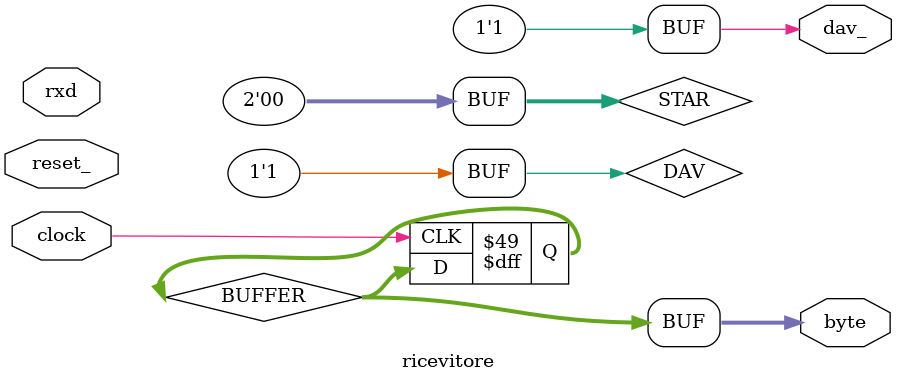
<source format=v>

module ricevitore (
    reset_, clock,
    rxd,
    dav_, byte
);
    input reset_, clock;
    input rxd;
    output dav_;
    output [7:0] byte;

    reg DAV; assign dav_ = DAV;
    reg [3:0] COUNT;
    reg [4:0] WAIT;
    reg [7:0] BUFFER; assign byte = BUFFER;

    reg[1:0] STAR; parameter S0=0, S1=1, Wbit=2, Wstop=3;
    
    always @(reset_==0) #1
        begin
            DAV <= 1;
            STAR <= S0;
        end
    always @(posedge clock) if(reset_==1) #3
        casex(STAR)
            S0:
                begin
                    DAV <= 1;
                    COUNT <= 8;
                    WAIT <= 23;
                    STAR <= (rxd==0)? Wbit : S0;    // start_bit = 0
                end
            Wbit:                       // devo attendere 3/2T dopo il bit di start 
                begin
                    WAIT <= WAIT - 1;
                    STAR <= (WAIT==1)? S1 : WBit;
                end
            S1:                         // per gli altri invece devo attendere T
                begin
                    COUNT <= COUNT - 1;
                    WAIT <= 15;
                    BUFFER <= {rxd, BUFFER[7:1]};
                    STAR <= (COUNT==1)? Wstop : Wbit;
                end
            Wstop:
                begin
                    DAV <= 0;
                    WAIT <= WAIT - 1;
                    STAR <= (WAIT==1)? S0 : Wstop;
                end
        endcase
endmodule
</source>
